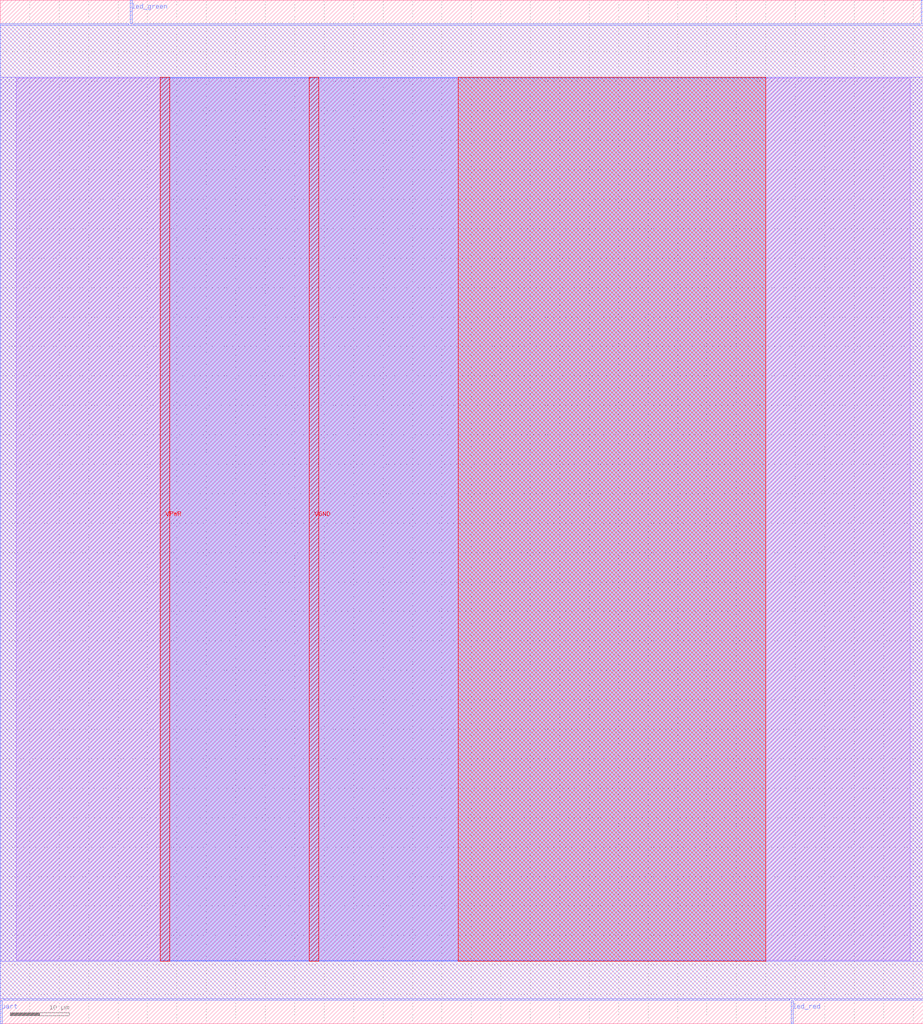
<source format=lef>
VERSION 5.7 ;
  NOWIREEXTENSIONATPIN ON ;
  DIVIDERCHAR "/" ;
  BUSBITCHARS "[]" ;
MACRO challenge
  CLASS BLOCK ;
  FOREIGN challenge ;
  ORIGIN 0.000 0.000 ;
  SIZE 156.720 BY 173.820 ;
  PIN clk_10
    DIRECTION INPUT ;
    PORT
      LAYER met2 ;
        RECT 156.420 169.820 156.700 173.820 ;
    END
  END clk_10
  PIN led_green
    DIRECTION OUTPUT TRISTATE ;
    PORT
      LAYER met2 ;
        RECT 22.100 169.820 22.380 173.820 ;
    END
  END led_green
  PIN led_red
    DIRECTION OUTPUT TRISTATE ;
    PORT
      LAYER met2 ;
        RECT 134.340 0.000 134.620 4.000 ;
    END
  END led_red
  PIN uart
    DIRECTION INPUT ;
    PORT
      LAYER met2 ;
        RECT 0.020 0.000 0.300 4.000 ;
    END
  END uart
  PIN VPWR
    DIRECTION INPUT ;
    USE POWER ;
    PORT
      LAYER met4 ;
        RECT 27.190 10.640 28.790 160.720 ;
    END
  END VPWR
  PIN VGND
    DIRECTION INPUT ;
    USE GROUND ;
    PORT
      LAYER met4 ;
        RECT 52.490 10.640 54.090 160.720 ;
    END
  END VGND
  OBS
      LAYER li1 ;
        RECT 2.690 10.795 154.490 160.565 ;
      LAYER met1 ;
        RECT 0.000 10.640 156.720 160.720 ;
      LAYER met2 ;
        RECT 0.030 169.540 21.820 169.820 ;
        RECT 22.660 169.540 156.140 169.820 ;
        RECT 0.030 4.280 156.690 169.540 ;
        RECT 0.580 4.000 134.060 4.280 ;
        RECT 134.900 4.000 156.690 4.280 ;
      LAYER met3 ;
        RECT 27.190 10.715 129.990 160.645 ;
      LAYER met4 ;
        RECT 77.790 10.640 129.990 160.720 ;
  END
END challenge
END LIBRARY


</source>
